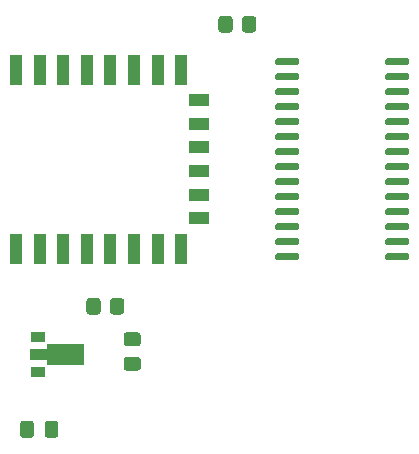
<source format=gbr>
%TF.GenerationSoftware,KiCad,Pcbnew,(5.1.9)-1*%
%TF.CreationDate,2020-12-29T21:02:10-08:00*%
%TF.ProjectId,Autoblind,4175746f-626c-4696-9e64-2e6b69636164,rev?*%
%TF.SameCoordinates,Original*%
%TF.FileFunction,Paste,Top*%
%TF.FilePolarity,Positive*%
%FSLAX46Y46*%
G04 Gerber Fmt 4.6, Leading zero omitted, Abs format (unit mm)*
G04 Created by KiCad (PCBNEW (5.1.9)-1) date 2020-12-29 21:02:10*
%MOMM*%
%LPD*%
G01*
G04 APERTURE LIST*
%ADD10R,1.000000X2.500000*%
%ADD11R,1.800000X1.000000*%
%ADD12C,0.100000*%
%ADD13R,1.300000X0.900000*%
G04 APERTURE END LIST*
%TO.C,U3*%
G36*
G01*
X71305000Y-110975000D02*
X71305000Y-111275000D01*
G75*
G02*
X71155000Y-111425000I-150000J0D01*
G01*
X69405000Y-111425000D01*
G75*
G02*
X69255000Y-111275000I0J150000D01*
G01*
X69255000Y-110975000D01*
G75*
G02*
X69405000Y-110825000I150000J0D01*
G01*
X71155000Y-110825000D01*
G75*
G02*
X71305000Y-110975000I0J-150000D01*
G01*
G37*
G36*
G01*
X71305000Y-109705000D02*
X71305000Y-110005000D01*
G75*
G02*
X71155000Y-110155000I-150000J0D01*
G01*
X69405000Y-110155000D01*
G75*
G02*
X69255000Y-110005000I0J150000D01*
G01*
X69255000Y-109705000D01*
G75*
G02*
X69405000Y-109555000I150000J0D01*
G01*
X71155000Y-109555000D01*
G75*
G02*
X71305000Y-109705000I0J-150000D01*
G01*
G37*
G36*
G01*
X71305000Y-108435000D02*
X71305000Y-108735000D01*
G75*
G02*
X71155000Y-108885000I-150000J0D01*
G01*
X69405000Y-108885000D01*
G75*
G02*
X69255000Y-108735000I0J150000D01*
G01*
X69255000Y-108435000D01*
G75*
G02*
X69405000Y-108285000I150000J0D01*
G01*
X71155000Y-108285000D01*
G75*
G02*
X71305000Y-108435000I0J-150000D01*
G01*
G37*
G36*
G01*
X71305000Y-107165000D02*
X71305000Y-107465000D01*
G75*
G02*
X71155000Y-107615000I-150000J0D01*
G01*
X69405000Y-107615000D01*
G75*
G02*
X69255000Y-107465000I0J150000D01*
G01*
X69255000Y-107165000D01*
G75*
G02*
X69405000Y-107015000I150000J0D01*
G01*
X71155000Y-107015000D01*
G75*
G02*
X71305000Y-107165000I0J-150000D01*
G01*
G37*
G36*
G01*
X71305000Y-105895000D02*
X71305000Y-106195000D01*
G75*
G02*
X71155000Y-106345000I-150000J0D01*
G01*
X69405000Y-106345000D01*
G75*
G02*
X69255000Y-106195000I0J150000D01*
G01*
X69255000Y-105895000D01*
G75*
G02*
X69405000Y-105745000I150000J0D01*
G01*
X71155000Y-105745000D01*
G75*
G02*
X71305000Y-105895000I0J-150000D01*
G01*
G37*
G36*
G01*
X71305000Y-104625000D02*
X71305000Y-104925000D01*
G75*
G02*
X71155000Y-105075000I-150000J0D01*
G01*
X69405000Y-105075000D01*
G75*
G02*
X69255000Y-104925000I0J150000D01*
G01*
X69255000Y-104625000D01*
G75*
G02*
X69405000Y-104475000I150000J0D01*
G01*
X71155000Y-104475000D01*
G75*
G02*
X71305000Y-104625000I0J-150000D01*
G01*
G37*
G36*
G01*
X71305000Y-103355000D02*
X71305000Y-103655000D01*
G75*
G02*
X71155000Y-103805000I-150000J0D01*
G01*
X69405000Y-103805000D01*
G75*
G02*
X69255000Y-103655000I0J150000D01*
G01*
X69255000Y-103355000D01*
G75*
G02*
X69405000Y-103205000I150000J0D01*
G01*
X71155000Y-103205000D01*
G75*
G02*
X71305000Y-103355000I0J-150000D01*
G01*
G37*
G36*
G01*
X71305000Y-102085000D02*
X71305000Y-102385000D01*
G75*
G02*
X71155000Y-102535000I-150000J0D01*
G01*
X69405000Y-102535000D01*
G75*
G02*
X69255000Y-102385000I0J150000D01*
G01*
X69255000Y-102085000D01*
G75*
G02*
X69405000Y-101935000I150000J0D01*
G01*
X71155000Y-101935000D01*
G75*
G02*
X71305000Y-102085000I0J-150000D01*
G01*
G37*
G36*
G01*
X71305000Y-100815000D02*
X71305000Y-101115000D01*
G75*
G02*
X71155000Y-101265000I-150000J0D01*
G01*
X69405000Y-101265000D01*
G75*
G02*
X69255000Y-101115000I0J150000D01*
G01*
X69255000Y-100815000D01*
G75*
G02*
X69405000Y-100665000I150000J0D01*
G01*
X71155000Y-100665000D01*
G75*
G02*
X71305000Y-100815000I0J-150000D01*
G01*
G37*
G36*
G01*
X71305000Y-99545000D02*
X71305000Y-99845000D01*
G75*
G02*
X71155000Y-99995000I-150000J0D01*
G01*
X69405000Y-99995000D01*
G75*
G02*
X69255000Y-99845000I0J150000D01*
G01*
X69255000Y-99545000D01*
G75*
G02*
X69405000Y-99395000I150000J0D01*
G01*
X71155000Y-99395000D01*
G75*
G02*
X71305000Y-99545000I0J-150000D01*
G01*
G37*
G36*
G01*
X71305000Y-98275000D02*
X71305000Y-98575000D01*
G75*
G02*
X71155000Y-98725000I-150000J0D01*
G01*
X69405000Y-98725000D01*
G75*
G02*
X69255000Y-98575000I0J150000D01*
G01*
X69255000Y-98275000D01*
G75*
G02*
X69405000Y-98125000I150000J0D01*
G01*
X71155000Y-98125000D01*
G75*
G02*
X71305000Y-98275000I0J-150000D01*
G01*
G37*
G36*
G01*
X71305000Y-97005000D02*
X71305000Y-97305000D01*
G75*
G02*
X71155000Y-97455000I-150000J0D01*
G01*
X69405000Y-97455000D01*
G75*
G02*
X69255000Y-97305000I0J150000D01*
G01*
X69255000Y-97005000D01*
G75*
G02*
X69405000Y-96855000I150000J0D01*
G01*
X71155000Y-96855000D01*
G75*
G02*
X71305000Y-97005000I0J-150000D01*
G01*
G37*
G36*
G01*
X71305000Y-95735000D02*
X71305000Y-96035000D01*
G75*
G02*
X71155000Y-96185000I-150000J0D01*
G01*
X69405000Y-96185000D01*
G75*
G02*
X69255000Y-96035000I0J150000D01*
G01*
X69255000Y-95735000D01*
G75*
G02*
X69405000Y-95585000I150000J0D01*
G01*
X71155000Y-95585000D01*
G75*
G02*
X71305000Y-95735000I0J-150000D01*
G01*
G37*
G36*
G01*
X71305000Y-94465000D02*
X71305000Y-94765000D01*
G75*
G02*
X71155000Y-94915000I-150000J0D01*
G01*
X69405000Y-94915000D01*
G75*
G02*
X69255000Y-94765000I0J150000D01*
G01*
X69255000Y-94465000D01*
G75*
G02*
X69405000Y-94315000I150000J0D01*
G01*
X71155000Y-94315000D01*
G75*
G02*
X71305000Y-94465000I0J-150000D01*
G01*
G37*
G36*
G01*
X80605000Y-94465000D02*
X80605000Y-94765000D01*
G75*
G02*
X80455000Y-94915000I-150000J0D01*
G01*
X78705000Y-94915000D01*
G75*
G02*
X78555000Y-94765000I0J150000D01*
G01*
X78555000Y-94465000D01*
G75*
G02*
X78705000Y-94315000I150000J0D01*
G01*
X80455000Y-94315000D01*
G75*
G02*
X80605000Y-94465000I0J-150000D01*
G01*
G37*
G36*
G01*
X80605000Y-95735000D02*
X80605000Y-96035000D01*
G75*
G02*
X80455000Y-96185000I-150000J0D01*
G01*
X78705000Y-96185000D01*
G75*
G02*
X78555000Y-96035000I0J150000D01*
G01*
X78555000Y-95735000D01*
G75*
G02*
X78705000Y-95585000I150000J0D01*
G01*
X80455000Y-95585000D01*
G75*
G02*
X80605000Y-95735000I0J-150000D01*
G01*
G37*
G36*
G01*
X80605000Y-97005000D02*
X80605000Y-97305000D01*
G75*
G02*
X80455000Y-97455000I-150000J0D01*
G01*
X78705000Y-97455000D01*
G75*
G02*
X78555000Y-97305000I0J150000D01*
G01*
X78555000Y-97005000D01*
G75*
G02*
X78705000Y-96855000I150000J0D01*
G01*
X80455000Y-96855000D01*
G75*
G02*
X80605000Y-97005000I0J-150000D01*
G01*
G37*
G36*
G01*
X80605000Y-98275000D02*
X80605000Y-98575000D01*
G75*
G02*
X80455000Y-98725000I-150000J0D01*
G01*
X78705000Y-98725000D01*
G75*
G02*
X78555000Y-98575000I0J150000D01*
G01*
X78555000Y-98275000D01*
G75*
G02*
X78705000Y-98125000I150000J0D01*
G01*
X80455000Y-98125000D01*
G75*
G02*
X80605000Y-98275000I0J-150000D01*
G01*
G37*
G36*
G01*
X80605000Y-99545000D02*
X80605000Y-99845000D01*
G75*
G02*
X80455000Y-99995000I-150000J0D01*
G01*
X78705000Y-99995000D01*
G75*
G02*
X78555000Y-99845000I0J150000D01*
G01*
X78555000Y-99545000D01*
G75*
G02*
X78705000Y-99395000I150000J0D01*
G01*
X80455000Y-99395000D01*
G75*
G02*
X80605000Y-99545000I0J-150000D01*
G01*
G37*
G36*
G01*
X80605000Y-100815000D02*
X80605000Y-101115000D01*
G75*
G02*
X80455000Y-101265000I-150000J0D01*
G01*
X78705000Y-101265000D01*
G75*
G02*
X78555000Y-101115000I0J150000D01*
G01*
X78555000Y-100815000D01*
G75*
G02*
X78705000Y-100665000I150000J0D01*
G01*
X80455000Y-100665000D01*
G75*
G02*
X80605000Y-100815000I0J-150000D01*
G01*
G37*
G36*
G01*
X80605000Y-102085000D02*
X80605000Y-102385000D01*
G75*
G02*
X80455000Y-102535000I-150000J0D01*
G01*
X78705000Y-102535000D01*
G75*
G02*
X78555000Y-102385000I0J150000D01*
G01*
X78555000Y-102085000D01*
G75*
G02*
X78705000Y-101935000I150000J0D01*
G01*
X80455000Y-101935000D01*
G75*
G02*
X80605000Y-102085000I0J-150000D01*
G01*
G37*
G36*
G01*
X80605000Y-103355000D02*
X80605000Y-103655000D01*
G75*
G02*
X80455000Y-103805000I-150000J0D01*
G01*
X78705000Y-103805000D01*
G75*
G02*
X78555000Y-103655000I0J150000D01*
G01*
X78555000Y-103355000D01*
G75*
G02*
X78705000Y-103205000I150000J0D01*
G01*
X80455000Y-103205000D01*
G75*
G02*
X80605000Y-103355000I0J-150000D01*
G01*
G37*
G36*
G01*
X80605000Y-104625000D02*
X80605000Y-104925000D01*
G75*
G02*
X80455000Y-105075000I-150000J0D01*
G01*
X78705000Y-105075000D01*
G75*
G02*
X78555000Y-104925000I0J150000D01*
G01*
X78555000Y-104625000D01*
G75*
G02*
X78705000Y-104475000I150000J0D01*
G01*
X80455000Y-104475000D01*
G75*
G02*
X80605000Y-104625000I0J-150000D01*
G01*
G37*
G36*
G01*
X80605000Y-105895000D02*
X80605000Y-106195000D01*
G75*
G02*
X80455000Y-106345000I-150000J0D01*
G01*
X78705000Y-106345000D01*
G75*
G02*
X78555000Y-106195000I0J150000D01*
G01*
X78555000Y-105895000D01*
G75*
G02*
X78705000Y-105745000I150000J0D01*
G01*
X80455000Y-105745000D01*
G75*
G02*
X80605000Y-105895000I0J-150000D01*
G01*
G37*
G36*
G01*
X80605000Y-107165000D02*
X80605000Y-107465000D01*
G75*
G02*
X80455000Y-107615000I-150000J0D01*
G01*
X78705000Y-107615000D01*
G75*
G02*
X78555000Y-107465000I0J150000D01*
G01*
X78555000Y-107165000D01*
G75*
G02*
X78705000Y-107015000I150000J0D01*
G01*
X80455000Y-107015000D01*
G75*
G02*
X80605000Y-107165000I0J-150000D01*
G01*
G37*
G36*
G01*
X80605000Y-108435000D02*
X80605000Y-108735000D01*
G75*
G02*
X80455000Y-108885000I-150000J0D01*
G01*
X78705000Y-108885000D01*
G75*
G02*
X78555000Y-108735000I0J150000D01*
G01*
X78555000Y-108435000D01*
G75*
G02*
X78705000Y-108285000I150000J0D01*
G01*
X80455000Y-108285000D01*
G75*
G02*
X80605000Y-108435000I0J-150000D01*
G01*
G37*
G36*
G01*
X80605000Y-109705000D02*
X80605000Y-110005000D01*
G75*
G02*
X80455000Y-110155000I-150000J0D01*
G01*
X78705000Y-110155000D01*
G75*
G02*
X78555000Y-110005000I0J150000D01*
G01*
X78555000Y-109705000D01*
G75*
G02*
X78705000Y-109555000I150000J0D01*
G01*
X80455000Y-109555000D01*
G75*
G02*
X80605000Y-109705000I0J-150000D01*
G01*
G37*
G36*
G01*
X80605000Y-110975000D02*
X80605000Y-111275000D01*
G75*
G02*
X80455000Y-111425000I-150000J0D01*
G01*
X78705000Y-111425000D01*
G75*
G02*
X78555000Y-111275000I0J150000D01*
G01*
X78555000Y-110975000D01*
G75*
G02*
X78705000Y-110825000I150000J0D01*
G01*
X80455000Y-110825000D01*
G75*
G02*
X80605000Y-110975000I0J-150000D01*
G01*
G37*
%TD*%
D10*
%TO.C,U1*%
X47300000Y-95270000D03*
X49300000Y-95270000D03*
X51300000Y-95270000D03*
X53300000Y-95270000D03*
X55300000Y-95270000D03*
X57300000Y-95270000D03*
X59300000Y-95270000D03*
X61300000Y-95270000D03*
D11*
X62800000Y-97870000D03*
X62800000Y-99870000D03*
X62800000Y-101870000D03*
X62800000Y-103870000D03*
X62800000Y-105870000D03*
X62800000Y-107870000D03*
D10*
X61300000Y-110470000D03*
X59300000Y-110470000D03*
X57300000Y-110470000D03*
X55300000Y-110470000D03*
X53300000Y-110470000D03*
X51300000Y-110470000D03*
X49300000Y-110470000D03*
X47300000Y-110470000D03*
%TD*%
%TO.C,R1*%
G36*
G01*
X54464000Y-114865999D02*
X54464000Y-115766001D01*
G75*
G02*
X54214001Y-116016000I-249999J0D01*
G01*
X53513999Y-116016000D01*
G75*
G02*
X53264000Y-115766001I0J249999D01*
G01*
X53264000Y-114865999D01*
G75*
G02*
X53513999Y-114616000I249999J0D01*
G01*
X54214001Y-114616000D01*
G75*
G02*
X54464000Y-114865999I0J-249999D01*
G01*
G37*
G36*
G01*
X56464000Y-114865999D02*
X56464000Y-115766001D01*
G75*
G02*
X56214001Y-116016000I-249999J0D01*
G01*
X55513999Y-116016000D01*
G75*
G02*
X55264000Y-115766001I0J249999D01*
G01*
X55264000Y-114865999D01*
G75*
G02*
X55513999Y-114616000I249999J0D01*
G01*
X56214001Y-114616000D01*
G75*
G02*
X56464000Y-114865999I0J-249999D01*
G01*
G37*
%TD*%
D12*
%TO.C,U2*%
G36*
X53100000Y-120246500D02*
G01*
X49975000Y-120246500D01*
X49975000Y-119830000D01*
X48500000Y-119830000D01*
X48500000Y-118930000D01*
X49975000Y-118930000D01*
X49975000Y-118513500D01*
X53100000Y-118513500D01*
X53100000Y-120246500D01*
G37*
D13*
X49150000Y-120880000D03*
X49150000Y-117880000D03*
%TD*%
%TO.C,R2*%
G36*
G01*
X66440000Y-91890001D02*
X66440000Y-90989999D01*
G75*
G02*
X66689999Y-90740000I249999J0D01*
G01*
X67390001Y-90740000D01*
G75*
G02*
X67640000Y-90989999I0J-249999D01*
G01*
X67640000Y-91890001D01*
G75*
G02*
X67390001Y-92140000I-249999J0D01*
G01*
X66689999Y-92140000D01*
G75*
G02*
X66440000Y-91890001I0J249999D01*
G01*
G37*
G36*
G01*
X64440000Y-91890001D02*
X64440000Y-90989999D01*
G75*
G02*
X64689999Y-90740000I249999J0D01*
G01*
X65390001Y-90740000D01*
G75*
G02*
X65640000Y-90989999I0J-249999D01*
G01*
X65640000Y-91890001D01*
G75*
G02*
X65390001Y-92140000I-249999J0D01*
G01*
X64689999Y-92140000D01*
G75*
G02*
X64440000Y-91890001I0J249999D01*
G01*
G37*
%TD*%
%TO.C,C2*%
G36*
G01*
X57625000Y-120772500D02*
X56675000Y-120772500D01*
G75*
G02*
X56425000Y-120522500I0J250000D01*
G01*
X56425000Y-119847500D01*
G75*
G02*
X56675000Y-119597500I250000J0D01*
G01*
X57625000Y-119597500D01*
G75*
G02*
X57875000Y-119847500I0J-250000D01*
G01*
X57875000Y-120522500D01*
G75*
G02*
X57625000Y-120772500I-250000J0D01*
G01*
G37*
G36*
G01*
X57625000Y-118697500D02*
X56675000Y-118697500D01*
G75*
G02*
X56425000Y-118447500I0J250000D01*
G01*
X56425000Y-117772500D01*
G75*
G02*
X56675000Y-117522500I250000J0D01*
G01*
X57625000Y-117522500D01*
G75*
G02*
X57875000Y-117772500I0J-250000D01*
G01*
X57875000Y-118447500D01*
G75*
G02*
X57625000Y-118697500I-250000J0D01*
G01*
G37*
%TD*%
%TO.C,C1*%
G36*
G01*
X47651000Y-126205000D02*
X47651000Y-125255000D01*
G75*
G02*
X47901000Y-125005000I250000J0D01*
G01*
X48576000Y-125005000D01*
G75*
G02*
X48826000Y-125255000I0J-250000D01*
G01*
X48826000Y-126205000D01*
G75*
G02*
X48576000Y-126455000I-250000J0D01*
G01*
X47901000Y-126455000D01*
G75*
G02*
X47651000Y-126205000I0J250000D01*
G01*
G37*
G36*
G01*
X49726000Y-126205000D02*
X49726000Y-125255000D01*
G75*
G02*
X49976000Y-125005000I250000J0D01*
G01*
X50651000Y-125005000D01*
G75*
G02*
X50901000Y-125255000I0J-250000D01*
G01*
X50901000Y-126205000D01*
G75*
G02*
X50651000Y-126455000I-250000J0D01*
G01*
X49976000Y-126455000D01*
G75*
G02*
X49726000Y-126205000I0J250000D01*
G01*
G37*
%TD*%
M02*

</source>
